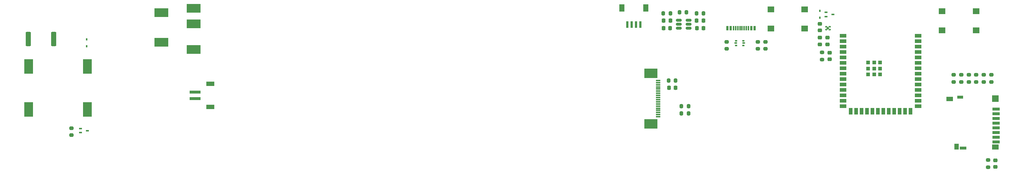
<source format=gbr>
%TF.GenerationSoftware,KiCad,Pcbnew,8.0.1*%
%TF.CreationDate,2024-05-06T20:40:18+01:00*%
%TF.ProjectId,esp32-s3-spectrum,65737033-322d-4733-932d-737065637472,rev?*%
%TF.SameCoordinates,Original*%
%TF.FileFunction,Paste,Top*%
%TF.FilePolarity,Positive*%
%FSLAX46Y46*%
G04 Gerber Fmt 4.6, Leading zero omitted, Abs format (unit mm)*
G04 Created by KiCad (PCBNEW 8.0.1) date 2024-05-06 20:40:18*
%MOMM*%
%LPD*%
G01*
G04 APERTURE LIST*
G04 Aperture macros list*
%AMRoundRect*
0 Rectangle with rounded corners*
0 $1 Rounding radius*
0 $2 $3 $4 $5 $6 $7 $8 $9 X,Y pos of 4 corners*
0 Add a 4 corners polygon primitive as box body*
4,1,4,$2,$3,$4,$5,$6,$7,$8,$9,$2,$3,0*
0 Add four circle primitives for the rounded corners*
1,1,$1+$1,$2,$3*
1,1,$1+$1,$4,$5*
1,1,$1+$1,$6,$7*
1,1,$1+$1,$8,$9*
0 Add four rect primitives between the rounded corners*
20,1,$1+$1,$2,$3,$4,$5,0*
20,1,$1+$1,$4,$5,$6,$7,0*
20,1,$1+$1,$6,$7,$8,$9,0*
20,1,$1+$1,$8,$9,$2,$3,0*%
%AMRotRect*
0 Rectangle, with rotation*
0 The origin of the aperture is its center*
0 $1 length*
0 $2 width*
0 $3 Rotation angle, in degrees counterclockwise*
0 Add horizontal line*
21,1,$1,$2,0,0,$3*%
G04 Aperture macros list end*
%ADD10C,0.010000*%
%ADD11RoundRect,0.225000X-0.225000X-0.250000X0.225000X-0.250000X0.225000X0.250000X-0.225000X0.250000X0*%
%ADD12RoundRect,0.250000X0.362500X1.425000X-0.362500X1.425000X-0.362500X-1.425000X0.362500X-1.425000X0*%
%ADD13RoundRect,0.225000X-0.250000X0.225000X-0.250000X-0.225000X0.250000X-0.225000X0.250000X0.225000X0*%
%ADD14RoundRect,0.200000X0.200000X0.275000X-0.200000X0.275000X-0.200000X-0.275000X0.200000X-0.275000X0*%
%ADD15R,3.200000X2.000000*%
%ADD16R,0.800000X0.400000*%
%ADD17R,0.600000X1.140000*%
%ADD18R,0.300000X1.140000*%
%ADD19RoundRect,0.200000X0.275000X-0.200000X0.275000X0.200000X-0.275000X0.200000X-0.275000X-0.200000X0*%
%ADD20RoundRect,0.218750X-0.218750X-0.256250X0.218750X-0.256250X0.218750X0.256250X-0.218750X0.256250X0*%
%ADD21RoundRect,0.218750X-0.256250X0.218750X-0.256250X-0.218750X0.256250X-0.218750X0.256250X0.218750X0*%
%ADD22RoundRect,0.200000X-0.275000X0.200000X-0.275000X-0.200000X0.275000X-0.200000X0.275000X0.200000X0*%
%ADD23R,1.550000X1.410000*%
%ADD24RoundRect,0.093750X0.156250X0.093750X-0.156250X0.093750X-0.156250X-0.093750X0.156250X-0.093750X0*%
%ADD25RoundRect,0.075000X0.250000X0.075000X-0.250000X0.075000X-0.250000X-0.075000X0.250000X-0.075000X0*%
%ADD26R,0.420000X0.550000*%
%ADD27RoundRect,0.225000X0.225000X0.250000X-0.225000X0.250000X-0.225000X-0.250000X0.225000X-0.250000X0*%
%ADD28RoundRect,0.218750X0.218750X0.256250X-0.218750X0.256250X-0.218750X-0.256250X0.218750X-0.256250X0*%
%ADD29R,2.500000X0.700000*%
%ADD30R,1.900000X1.100000*%
%ADD31R,2.000000X3.500000*%
%ADD32RoundRect,0.200000X-0.200000X-0.275000X0.200000X-0.275000X0.200000X0.275000X-0.200000X0.275000X0*%
%ADD33R,1.100000X0.300000*%
%ADD34R,3.100000X2.300000*%
%ADD35R,0.600000X1.550000*%
%ADD36R,1.200000X1.800000*%
%ADD37RoundRect,0.150000X-0.512500X-0.150000X0.512500X-0.150000X0.512500X0.150000X-0.512500X0.150000X0*%
%ADD38R,1.750000X0.800000*%
%ADD39R,1.500000X1.500000*%
%ADD40R,1.500000X1.300000*%
%ADD41R,1.400000X0.800000*%
%ADD42R,1.550000X1.000000*%
%ADD43R,1.000000X1.450000*%
%ADD44R,1.500000X0.800000*%
%ADD45R,1.500000X0.900000*%
%ADD46R,0.900000X1.500000*%
%ADD47R,0.900000X0.900000*%
%ADD48RotRect,0.520000X0.520000X225.000000*%
G04 APERTURE END LIST*
D10*
%TO.C,U2*%
X219135000Y-27105000D02*
X218985000Y-27255000D01*
X218745000Y-27255000D01*
X218745000Y-26995000D01*
X219135000Y-26995000D01*
X219135000Y-27105000D01*
G36*
X219135000Y-27105000D02*
G01*
X218985000Y-27255000D01*
X218745000Y-27255000D01*
X218745000Y-26995000D01*
X219135000Y-26995000D01*
X219135000Y-27105000D01*
G37*
X219135000Y-27795000D02*
X219135000Y-27905000D01*
X218745000Y-27905000D01*
X218745000Y-27645000D01*
X218985000Y-27645000D01*
X219135000Y-27795000D01*
G36*
X219135000Y-27795000D02*
G01*
X219135000Y-27905000D01*
X218745000Y-27905000D01*
X218745000Y-27645000D01*
X218985000Y-27645000D01*
X219135000Y-27795000D01*
G37*
X219945000Y-27255000D02*
X219705000Y-27255000D01*
X219555000Y-27105000D01*
X219555000Y-26995000D01*
X219945000Y-26995000D01*
X219945000Y-27255000D01*
G36*
X219945000Y-27255000D02*
G01*
X219705000Y-27255000D01*
X219555000Y-27105000D01*
X219555000Y-26995000D01*
X219945000Y-26995000D01*
X219945000Y-27255000D01*
G37*
X219945000Y-27905000D02*
X219555000Y-27905000D01*
X219555000Y-27795000D01*
X219705000Y-27645000D01*
X219945000Y-27645000D01*
X219945000Y-27905000D01*
G36*
X219945000Y-27905000D02*
G01*
X219555000Y-27905000D01*
X219555000Y-27795000D01*
X219705000Y-27645000D01*
X219945000Y-27645000D01*
X219945000Y-27905000D01*
G37*
%TD*%
D11*
%TO.C,C2*%
X182225000Y-41500000D03*
X183775000Y-41500000D03*
%TD*%
D12*
%TO.C,R3*%
X38600000Y-30000000D03*
X32675000Y-30000000D03*
%TD*%
D13*
%TO.C,C7*%
X217500000Y-29725000D03*
X217500000Y-31275000D03*
%TD*%
D14*
%TO.C,R5*%
X186825000Y-45750000D03*
X185175000Y-45750000D03*
%TD*%
D15*
%TO.C,CN1*%
X71300000Y-22812500D03*
X63700000Y-23812500D03*
X71300000Y-26512500D03*
X63700000Y-30812500D03*
X71300000Y-32512500D03*
%TD*%
D16*
%TO.C,Q2*%
X44850000Y-51000000D03*
X44850000Y-52000000D03*
X46450000Y-51500000D03*
%TD*%
%TO.C,Q1*%
X218950000Y-23750000D03*
X218950000Y-24750000D03*
X220550000Y-24250000D03*
%TD*%
D17*
%TO.C,J1*%
X202275000Y-27500000D03*
X201475000Y-27500000D03*
D18*
X200325000Y-27500000D03*
X199325000Y-27500000D03*
X198825000Y-27500000D03*
X197825000Y-27500000D03*
D17*
X195875000Y-27500000D03*
X196675000Y-27500000D03*
D18*
X197325000Y-27500000D03*
X198325000Y-27500000D03*
X199825000Y-27500000D03*
X200825000Y-27500000D03*
%TD*%
D13*
%TO.C,C4*%
X217500000Y-26475000D03*
X217500000Y-28025000D03*
%TD*%
D19*
%TO.C,R30*%
X254000000Y-40075000D03*
X254000000Y-38425000D03*
%TD*%
%TO.C,R10*%
X203000000Y-32325000D03*
X203000000Y-30675000D03*
%TD*%
D20*
%TO.C,D3*%
X188737500Y-25750000D03*
X190312500Y-25750000D03*
%TD*%
D21*
%TO.C,D4*%
X258500000Y-58462500D03*
X258500000Y-60037500D03*
%TD*%
D22*
%TO.C,R11*%
X256750000Y-58425000D03*
X256750000Y-60075000D03*
%TD*%
D19*
%TO.C,R29*%
X255750000Y-40075000D03*
X255750000Y-38425000D03*
%TD*%
D23*
%TO.C,SW1*%
X213970000Y-27560000D03*
X206030000Y-27560000D03*
X213970000Y-23060000D03*
X206030000Y-23060000D03*
%TD*%
D24*
%TO.C,U6*%
X199600000Y-31537500D03*
D25*
X199675000Y-31000000D03*
D24*
X199600000Y-30462500D03*
X197900000Y-30462500D03*
D25*
X197825000Y-31000000D03*
D24*
X197900000Y-31537500D03*
%TD*%
D22*
%TO.C,R2*%
X204750000Y-30675000D03*
X204750000Y-32325000D03*
%TD*%
D14*
%TO.C,R1*%
X182600000Y-24000000D03*
X180950000Y-24000000D03*
%TD*%
D26*
%TO.C,D2*%
X217500000Y-25050000D03*
X217500000Y-23450000D03*
%TD*%
D27*
%TO.C,C1*%
X182550000Y-27500000D03*
X181000000Y-27500000D03*
%TD*%
D28*
%TO.C,D1*%
X182562500Y-25750000D03*
X180987500Y-25750000D03*
%TD*%
D23*
%TO.C,SW2*%
X246030000Y-23500000D03*
X253970000Y-23500000D03*
X246030000Y-28000000D03*
X253970000Y-28000000D03*
%TD*%
D29*
%TO.C,BAT1*%
X71600000Y-44000000D03*
X71600000Y-42500000D03*
D30*
X75200000Y-45950000D03*
X75200000Y-40550000D03*
%TD*%
D31*
%TO.C,BUZ1*%
X32750000Y-46500000D03*
X46450000Y-46500000D03*
X46450000Y-36500000D03*
X32750000Y-36500000D03*
%TD*%
D32*
%TO.C,R7*%
X182175000Y-39750000D03*
X183825000Y-39750000D03*
%TD*%
D13*
%TO.C,C6*%
X219250000Y-29725000D03*
X219250000Y-31275000D03*
%TD*%
D19*
%TO.C,R32*%
X252250000Y-40075000D03*
X252250000Y-38425000D03*
%TD*%
D22*
%TO.C,R14*%
X42750000Y-50925000D03*
X42750000Y-52575000D03*
%TD*%
D32*
%TO.C,R9*%
X188700000Y-24000000D03*
X190350000Y-24000000D03*
%TD*%
D11*
%TO.C,C5*%
X188750000Y-27500000D03*
X190300000Y-27500000D03*
%TD*%
D19*
%TO.C,R33*%
X250500000Y-40075000D03*
X250500000Y-38425000D03*
%TD*%
D33*
%TO.C,U3*%
X179750000Y-39750000D03*
X179750000Y-40250000D03*
X179750000Y-40750000D03*
X179750000Y-41250000D03*
X179750000Y-41750000D03*
X179750000Y-42250000D03*
X179750000Y-42750000D03*
X179750000Y-43250000D03*
X179750000Y-43750000D03*
X179750000Y-44250000D03*
X179750000Y-44750000D03*
X179750000Y-45250000D03*
X179750000Y-45750000D03*
X179750000Y-46250000D03*
X179750000Y-46750000D03*
X179750000Y-47250000D03*
X179750000Y-47750000D03*
X179750000Y-48250000D03*
D34*
X178050000Y-49920000D03*
X178050000Y-38080000D03*
%TD*%
D19*
%TO.C,R31*%
X248750000Y-40075000D03*
X248750000Y-38425000D03*
%TD*%
D26*
%TO.C,D6*%
X46250000Y-30150000D03*
X46250000Y-31750000D03*
%TD*%
D14*
%TO.C,R8*%
X186350000Y-23750000D03*
X184700000Y-23750000D03*
%TD*%
%TO.C,R6*%
X186825000Y-47500000D03*
X185175000Y-47500000D03*
%TD*%
D35*
%TO.C,QWIIC1*%
X175550000Y-26625000D03*
X174550000Y-26625000D03*
X173550000Y-26625000D03*
X172550000Y-26625000D03*
D36*
X176850000Y-22750000D03*
X171250000Y-22750000D03*
%TD*%
D37*
%TO.C,U1*%
X184525000Y-25600000D03*
X184525000Y-26550000D03*
X184525000Y-27500000D03*
X186800000Y-27500000D03*
X186800000Y-26550000D03*
X186800000Y-25600000D03*
%TD*%
D38*
%TO.C,J2*%
X258625000Y-46450000D03*
X258625000Y-47550000D03*
X258625000Y-48650000D03*
X258625000Y-49750000D03*
X258625000Y-50850000D03*
X258625000Y-51950000D03*
X258625000Y-53050000D03*
X258625000Y-54150000D03*
D39*
X258500000Y-44000000D03*
D40*
X258500000Y-55350000D03*
D41*
X250250000Y-43650000D03*
D42*
X247825000Y-44100000D03*
D43*
X249400000Y-55275000D03*
D44*
X250900000Y-55600000D03*
%TD*%
D19*
%TO.C,R12*%
X195750000Y-32325000D03*
X195750000Y-30675000D03*
%TD*%
D13*
%TO.C,C3*%
X219750000Y-33250000D03*
X219750000Y-34800000D03*
%TD*%
D45*
%TO.C,U4*%
X222925000Y-29240000D03*
X222925000Y-30510000D03*
X222925000Y-31780000D03*
X222925000Y-33050000D03*
X222925000Y-34320000D03*
X222925000Y-35590000D03*
X222925000Y-36860000D03*
X222925000Y-38130000D03*
X222925000Y-39400000D03*
X222925000Y-40670000D03*
X222925000Y-41940000D03*
X222925000Y-43210000D03*
X222925000Y-44480000D03*
X222925000Y-45750000D03*
D46*
X224690000Y-47000000D03*
X225960000Y-47000000D03*
X227230000Y-47000000D03*
X228500000Y-47000000D03*
X229770000Y-47000000D03*
X231040000Y-47000000D03*
X232310000Y-47000000D03*
X233580000Y-47000000D03*
X234850000Y-47000000D03*
X236120000Y-47000000D03*
X237390000Y-47000000D03*
X238660000Y-47000000D03*
D45*
X240425000Y-45750000D03*
X240425000Y-44480000D03*
X240425000Y-43210000D03*
X240425000Y-41940000D03*
X240425000Y-40670000D03*
X240425000Y-39400000D03*
X240425000Y-38130000D03*
X240425000Y-36860000D03*
X240425000Y-35590000D03*
X240425000Y-34320000D03*
X240425000Y-33050000D03*
X240425000Y-31780000D03*
X240425000Y-30510000D03*
X240425000Y-29240000D03*
D47*
X228775000Y-35560000D03*
X228775000Y-36960000D03*
X228775000Y-38360000D03*
X228775000Y-38360000D03*
X230175000Y-35560000D03*
X230175000Y-35560000D03*
X230175000Y-36960000D03*
X230175000Y-38360000D03*
X231575000Y-35560000D03*
X231575000Y-36960000D03*
X231575000Y-38360000D03*
%TD*%
D48*
%TO.C,U2*%
X219345000Y-27450000D03*
%TD*%
D22*
%TO.C,R4*%
X218000000Y-33200000D03*
X218000000Y-34850000D03*
%TD*%
D19*
%TO.C,R28*%
X257500000Y-40075000D03*
X257500000Y-38425000D03*
%TD*%
M02*

</source>
